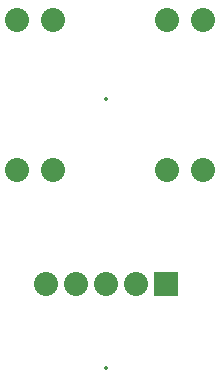
<source format=gbl>
%TF.GenerationSoftware,KiCad,Pcbnew,4.0.7-e2-6376~58~ubuntu16.04.1*%
%TF.CreationDate,2018-02-09T13:49:53-08:00*%
%TF.ProjectId,LDR-Board,4C44522D426F6172642E6B696361645F,v1.3*%
%TF.FileFunction,Copper,L2,Bot,Signal*%
%FSLAX46Y46*%
G04 Gerber Fmt 4.6, Leading zero omitted, Abs format (unit mm)*
G04 Created by KiCad (PCBNEW 4.0.7-e2-6376~58~ubuntu16.04.1) date Fri Feb  9 13:49:53 2018*
%MOMM*%
%LPD*%
G01*
G04 APERTURE LIST*
%ADD10C,0.350000*%
%ADD11C,2.032000*%
%ADD12O,2.032000X2.032000*%
%ADD13R,2.032000X2.032000*%
%ADD14C,0.350000*%
G04 APERTURE END LIST*
D10*
D11*
X27224981Y-58465073D03*
D12*
X24224981Y-58465073D03*
D11*
X14524981Y-71165073D03*
D12*
X11524981Y-71165073D03*
D11*
X27224981Y-71165073D03*
D12*
X24224981Y-71165073D03*
D11*
X11524981Y-58465073D03*
D12*
X14524981Y-58465073D03*
D13*
X24130000Y-80772000D03*
D12*
X21590000Y-80772000D03*
X19050000Y-80772000D03*
X16510000Y-80772000D03*
X13970000Y-80772000D03*
D14*
X27224981Y-58465073D03*
X24224981Y-58465073D03*
X14524981Y-71165073D03*
X11524981Y-71165073D03*
X27224981Y-71165073D03*
X24224981Y-71165073D03*
X11524981Y-58465073D03*
X14524981Y-58465073D03*
X19050000Y-87884000D03*
X24130000Y-80772000D03*
X21590000Y-80772000D03*
X19050000Y-80772000D03*
X16510000Y-80772000D03*
X13970000Y-80772000D03*
X19050000Y-65151000D03*
M02*

</source>
